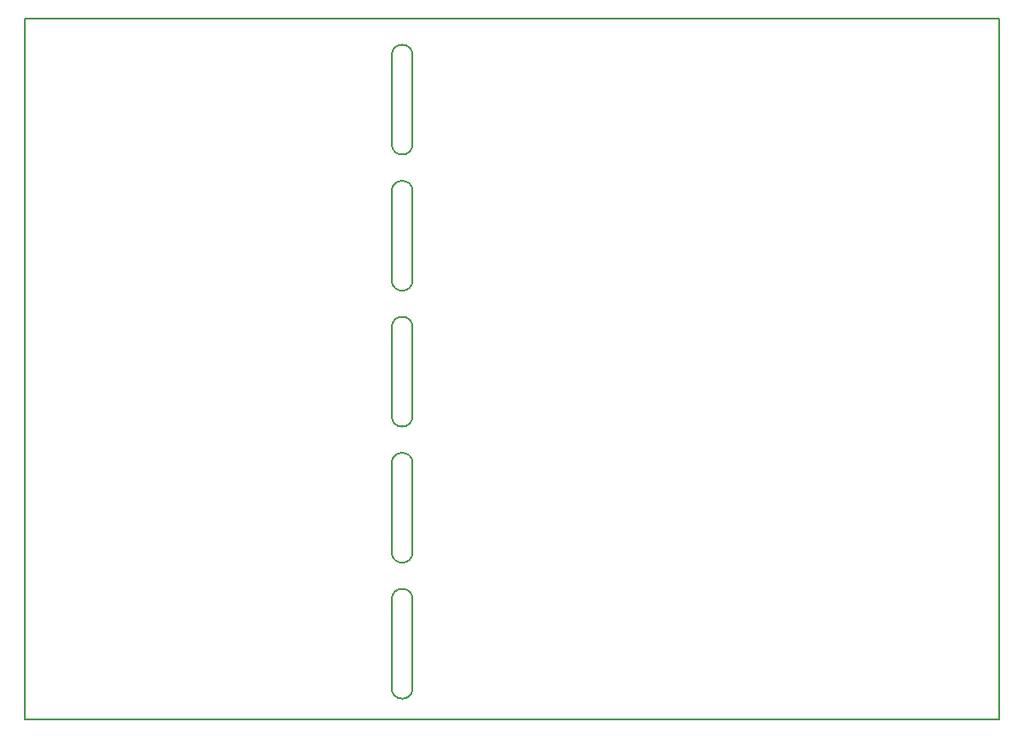
<source format=gbr>
G04 #@! TF.GenerationSoftware,KiCad,Pcbnew,5.0.0-fee4fd1~66~ubuntu16.04.1*
G04 #@! TF.CreationDate,2018-09-19T21:32:19+02:00*
G04 #@! TF.ProjectId,switch_3pole_5x,7377697463685F33706F6C655F35782E,1*
G04 #@! TF.SameCoordinates,Original*
G04 #@! TF.FileFunction,Profile,NP*
%FSLAX46Y46*%
G04 Gerber Fmt 4.6, Leading zero omitted, Abs format (unit mm)*
G04 Created by KiCad (PCBNEW 5.0.0-fee4fd1~66~ubuntu16.04.1) date Wed Sep 19 21:32:19 2018*
%MOMM*%
%LPD*%
G01*
G04 APERTURE LIST*
%ADD10C,0.150000*%
G04 APERTURE END LIST*
D10*
X135000000Y-53500000D02*
X135000000Y-62000000D01*
X137000000Y-53500000D02*
G75*
G03X135000000Y-53500000I-1000000J0D01*
G01*
X135000000Y-62000000D02*
G75*
G03X137000000Y-62000000I1000000J0D01*
G01*
X137000000Y-62000000D02*
X137000000Y-53500000D01*
X135000000Y-66500000D02*
X135000000Y-75000000D01*
X137000000Y-66500000D02*
G75*
G03X135000000Y-66500000I-1000000J0D01*
G01*
X135000000Y-75000000D02*
G75*
G03X137000000Y-75000000I1000000J0D01*
G01*
X137000000Y-75000000D02*
X137000000Y-66500000D01*
X135000000Y-79500000D02*
X135000000Y-88000000D01*
X137000000Y-79500000D02*
G75*
G03X135000000Y-79500000I-1000000J0D01*
G01*
X135000000Y-88000000D02*
G75*
G03X137000000Y-88000000I1000000J0D01*
G01*
X137000000Y-88000000D02*
X137000000Y-79500000D01*
X135000000Y-101000000D02*
G75*
G03X137000000Y-101000000I1000000J0D01*
G01*
X135000000Y-92500000D02*
X135000000Y-101000000D01*
X137000000Y-92500000D02*
G75*
G03X135000000Y-92500000I-1000000J0D01*
G01*
X137000000Y-101000000D02*
X137000000Y-92500000D01*
X137000000Y-105500000D02*
G75*
G03X135000000Y-105500000I-1000000J0D01*
G01*
X135000000Y-114000000D02*
G75*
G03X137000000Y-114000000I1000000J0D01*
G01*
X137000000Y-114000000D02*
X137000000Y-105500000D01*
X135000000Y-105500000D02*
X135000000Y-114000000D01*
X100000000Y-117000000D02*
X100000000Y-50000000D01*
X193000000Y-117000000D02*
X100000000Y-117000000D01*
X193000000Y-50000000D02*
X193000000Y-117000000D01*
X100000000Y-50000000D02*
X193000000Y-50000000D01*
M02*

</source>
